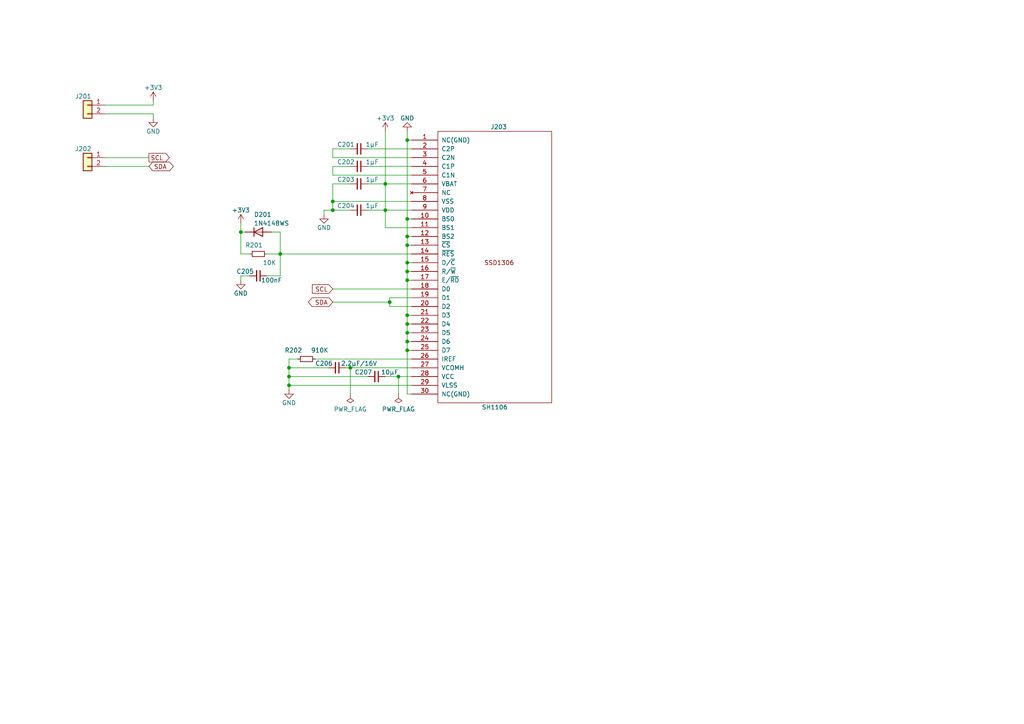
<source format=kicad_sch>
(kicad_sch (version 20230121) (generator eeschema)
  (paper "A4")
  (title_block (date "2021-01-01") (rev "2"))
  (lib_symbols
    (symbol "Connector_Generic:Conn_01x02" (pin_names (offset 1.016) hide)
      (property "Reference" "J" (at 0 2.54 0))
      (property "Value" "Conn_01x02" (at 0 -5.08 0))
      (symbol "Conn_01x02_1_1"
        (rectangle (start -1.27 -2.413) (end 0 -2.667) (stroke (width 0.1524)))
        (rectangle (start -1.27 0.127) (end 0 -0.127) (stroke (width 0.1524)))
        (rectangle (start -1.27 1.27) (end 1.27 -3.81) (stroke (width 0.254)) (fill (type background)))
        (pin passive line (at -5.08 0 0) (length 3.81) (name "Pin_1") (number "1"))
        (pin passive line (at -5.08 -2.54 0) (length 3.81) (name "Pin_2") (number "2"))
      )
    )
    (symbol "Device:C_Small" (pin_numbers hide) (pin_names (offset 0.254) hide)
      (property "Reference" "C" (at 0.254 1.778 0))
      (property "Value" "C_Small" (at 0.254 -2.032 0))
      (symbol "C_Small_0_1"
        (polyline (pts (xy -1.524 -0.508) (xy 1.524 -0.508)) (stroke (width 0.3302)))
        (polyline (pts (xy -1.524 0.508) (xy 1.524 0.508)) (stroke (width 0.3048)))
      )
      (symbol "C_Small_1_1"
        (pin passive line (at 0 2.54 270) (length 2.032) (name "~") (number "1"))
        (pin passive line (at 0 -2.54 90) (length 2.032) (name "~") (number "2"))
      )
    )
    (symbol "Device:R_Small" (pin_numbers hide) (pin_names (offset 0.254) hide)
      (property "Reference" "R" (at 0.762 0.508 0))
      (property "Value" "R_Small" (at 0.762 -1.016 0))
      (symbol "R_Small_0_1"
        (rectangle (start -0.762 1.778) (end 0.762 -1.778) (stroke (width 0.2032)))
      )
      (symbol "R_Small_1_1"
        (pin passive line (at 0 2.54 270) (length 0.762) (name "~") (number "1"))
        (pin passive line (at 0 -2.54 90) (length 0.762) (name "~") (number "2"))
      )
    )
    (symbol "Diode:1N4148WS" (pin_numbers hide) (pin_names hide)
      (property "Reference" "D" (at 0 2.54 0))
      (property "Value" "1N4148WS" (at 0 -2.54 0))
      (symbol "1N4148WS_0_1"
        (polyline (pts (xy -1.27 1.27) (xy -1.27 -1.27)) (stroke (width 0.254)))
        (polyline (pts (xy 1.27 0) (xy -1.27 0)))
        (polyline (pts (xy 1.27 1.27) (xy 1.27 -1.27) (xy -1.27 0) (xy 1.27 1.27)) (stroke (width 0.254)))
      )
      (symbol "1N4148WS_1_1"
        (pin passive line (at -3.81 0 0) (length 2.54) (name "K") (number "1"))
        (pin passive line (at 3.81 0 180) (length 2.54) (name "A") (number "2"))
      )
    )
    (symbol "Panel:SSD1306" (pin_names (offset 1.016))
      (property "Reference" "J" (at -10.16 68.58 0))
      (property "Value" "SSD1306" (at -1.27 -13.97 0))
      (symbol "SSD1306_0_0"
        (text "SSD1306" (at 0 29.21 0) (effects (font (size 1.27 1.27))))
      )
      (symbol "SSD1306_0_1"
        (rectangle (start -17.78 -11.43) (end 15.24 67.31))
        (pin passive line (at -25.4 57.15 0) (length 7.62) (name "C1P") (number "4"))
      )
      (symbol "SSD1306_1_1"
        (pin power_in line (at -25.4 64.77 0) (length 7.62) (name "NC(GND)") (number "1"))
        (pin input line (at -25.4 41.91 0) (length 7.62) (name "BS0") (number "10"))
        (pin input line (at -25.4 39.37 0) (length 7.62) (name "BS1") (number "11"))
        (pin input line (at -25.4 36.83 0) (length 7.62) (name "BS2") (number "12"))
        (pin input line (at -25.4 34.29 0) (length 7.62) (name "~{CS}") (number "13"))
        (pin input line (at -25.4 31.75 0) (length 7.62) (name "~{RES}") (number "14"))
        (pin input line (at -25.4 29.21 0) (length 7.62) (name "D/~{C}") (number "15"))
        (pin input line (at -25.4 26.67 0) (length 7.62) (name "R/~{W}") (number "16"))
        (pin input line (at -25.4 24.13 0) (length 7.62) (name "E/~{RD}") (number "17"))
        (pin input line (at -25.4 21.59 0) (length 7.62) (name "D0") (number "18"))
        (pin input line (at -25.4 19.05 0) (length 7.62) (name "D1") (number "19"))
        (pin passive line (at -25.4 62.23 0) (length 7.62) (name "C2P") (number "2"))
        (pin input line (at -25.4 16.51 0) (length 7.62) (name "D2") (number "20"))
        (pin input line (at -25.4 13.97 0) (length 7.62) (name "D3") (number "21"))
        (pin input line (at -25.4 11.43 0) (length 7.62) (name "D4") (number "22"))
        (pin input line (at -25.4 8.89 0) (length 7.62) (name "D5") (number "23"))
        (pin input line (at -25.4 6.35 0) (length 7.62) (name "D6") (number "24"))
        (pin input line (at -25.4 3.81 0) (length 7.62) (name "D7") (number "25"))
        (pin input line (at -25.4 1.27 0) (length 7.62) (name "IREF") (number "26"))
        (pin power_in line (at -25.4 -1.27 0) (length 7.62) (name "VCOMH") (number "27"))
        (pin power_in line (at -25.4 -3.81 0) (length 7.62) (name "VCC") (number "28"))
        (pin power_in line (at -25.4 -6.35 0) (length 7.62) (name "VLSS") (number "29"))
        (pin passive line (at -25.4 59.69 0) (length 7.62) (name "C2N") (number "3"))
        (pin power_in line (at -25.4 -8.89 0) (length 7.62) (name "NC(GND)") (number "30"))
        (pin passive line (at -25.4 54.61 0) (length 7.62) (name "C1N") (number "5"))
        (pin power_in line (at -25.4 52.07 0) (length 7.62) (name "VBAT") (number "6"))
        (pin no_connect line (at -25.4 49.53 0) (length 7.62) (name "NC") (number "7"))
        (pin power_in line (at -25.4 46.99 0) (length 7.62) (name "VSS") (number "8"))
        (pin power_in line (at -25.4 44.45 0) (length 7.62) (name "VDD") (number "9"))
      )
    )
    (symbol "power:+3V3" (power) (pin_names (offset 0))
      (property "Value" "+3V3" (at 0 3.556 0))
      (symbol "+3V3_0_1"
        (polyline (pts (xy -0.762 1.27) (xy 0 2.54)))
        (polyline (pts (xy 0 0) (xy 0 2.54)))
        (polyline (pts (xy 0 2.54) (xy 0.762 1.27)))
      )
      (symbol "+3V3_1_1"
        (pin power_in line (at 0 0 90) (length 0) hide (name "+3V3") (number "1"))
      )
    )
    (symbol "power:GND" (power) (pin_names (offset 0))
      (property "Value" "GND" (at 0 -3.81 0))
      (symbol "GND_0_1"
        (polyline (pts (xy 0 0) (xy 0 -1.27) (xy 1.27 -1.27) (xy 0 -2.54) (xy -1.27 -1.27) (xy 0 -1.27)))
      )
      (symbol "GND_1_1"
        (pin power_in line (at 0 0 270) (length 0) hide (name "GND") (number "1"))
      )
    )
    (symbol "power:PWR_FLAG" (power) (pin_numbers hide) (pin_names (offset 0) hide)
      (property "Value" "PWR_FLAG" (at 0 3.81 0))
      (symbol "PWR_FLAG_0_0"
        (pin power_out line (at 0 0 90) (length 0) (name "pwr") (number "1"))
      )
      (symbol "PWR_FLAG_0_1"
        (polyline (pts (xy 0 0) (xy 0 1.27) (xy -1.016 1.905) (xy 0 2.54) (xy 1.016 1.905) (xy 0 1.27)))
      )
    )
  )
  (junction (at 111.76 53.34))
  (junction (at 118.11 71.12))
  (junction (at 118.11 99.06))
  (junction (at 69.85 67.31))
  (junction (at 96.52 58.42))
  (junction (at 118.11 78.74))
  (junction (at 118.11 93.98))
  (junction (at 81.28 73.66))
  (junction (at 118.11 76.2))
  (junction (at 101.6 106.68))
  (junction (at 83.82 111.76))
  (junction (at 83.82 109.22))
  (junction (at 113.03 87.63))
  (junction (at 111.76 60.96))
  (junction (at 118.11 68.58))
  (junction (at 118.11 63.5))
  (junction (at 118.11 96.52))
  (junction (at 118.11 101.6))
  (junction (at 96.52 60.96))
  (junction (at 118.11 81.28))
  (junction (at 115.57 109.22))
  (junction (at 118.11 40.64))
  (junction (at 83.82 106.68))
  (junction (at 118.11 91.44))
  (wire (pts (xy 44.45 33.02) (xy 44.45 34.29)))
  (wire (pts (xy 111.76 38.1) (xy 111.76 53.34)))
  (wire (pts (xy 96.52 45.72) (xy 119.38 45.72)))
  (wire (pts (xy 101.6 106.68) (xy 100.33 106.68)))
  (wire (pts (xy 119.38 58.42) (xy 96.52 58.42)))
  (wire (pts (xy 119.38 99.06) (xy 118.11 99.06)))
  (wire (pts (xy 72.39 80.01) (xy 69.85 80.01)))
  (wire (pts (xy 96.52 43.18) (xy 96.52 45.72)))
  (wire (pts (xy 118.11 38.1) (xy 118.11 40.64)))
  (wire (pts (xy 118.11 96.52) (xy 118.11 99.06)))
  (wire (pts (xy 30.48 45.72) (xy 43.18 45.72)))
  (wire (pts (xy 101.6 48.26) (xy 96.52 48.26)))
  (wire (pts (xy 69.85 80.01) (xy 69.85 81.28)))
  (wire (pts (xy 83.82 104.14) (xy 83.82 106.68)))
  (wire (pts (xy 111.76 66.04) (xy 119.38 66.04)))
  (wire (pts (xy 119.38 48.26) (xy 106.68 48.26)))
  (wire (pts (xy 81.28 67.31) (xy 81.28 73.66)))
  (wire (pts (xy 119.38 60.96) (xy 111.76 60.96)))
  (wire (pts (xy 106.68 109.22) (xy 83.82 109.22)))
  (wire (pts (xy 118.11 40.64) (xy 119.38 40.64)))
  (wire (pts (xy 118.11 40.64) (xy 118.11 63.5)))
  (wire (pts (xy 30.48 33.02) (xy 44.45 33.02)))
  (wire (pts (xy 69.85 67.31) (xy 69.85 64.77)))
  (wire (pts (xy 111.76 53.34) (xy 106.68 53.34)))
  (wire (pts (xy 118.11 68.58) (xy 118.11 71.12)))
  (wire (pts (xy 119.38 91.44) (xy 118.11 91.44)))
  (wire (pts (xy 119.38 68.58) (xy 118.11 68.58)))
  (wire (pts (xy 119.38 43.18) (xy 106.68 43.18)))
  (wire (pts (xy 119.38 111.76) (xy 83.82 111.76)))
  (wire (pts (xy 101.6 53.34) (xy 96.52 53.34)))
  (wire (pts (xy 113.03 88.9) (xy 119.38 88.9)))
  (wire (pts (xy 113.03 86.36) (xy 113.03 87.63)))
  (wire (pts (xy 118.11 93.98) (xy 118.11 96.52)))
  (wire (pts (xy 119.38 93.98) (xy 118.11 93.98)))
  (wire (pts (xy 119.38 71.12) (xy 118.11 71.12)))
  (wire (pts (xy 30.48 48.26) (xy 43.18 48.26)))
  (wire (pts (xy 96.52 87.63) (xy 113.03 87.63)))
  (wire (pts (xy 72.39 73.66) (xy 69.85 73.66)))
  (wire (pts (xy 119.38 109.22) (xy 115.57 109.22)))
  (wire (pts (xy 101.6 114.3) (xy 101.6 106.68)))
  (wire (pts (xy 44.45 30.48) (xy 44.45 29.21)))
  (wire (pts (xy 118.11 91.44) (xy 118.11 93.98)))
  (wire (pts (xy 78.74 67.31) (xy 81.28 67.31)))
  (wire (pts (xy 96.52 53.34) (xy 96.52 58.42)))
  (wire (pts (xy 118.11 101.6) (xy 118.11 114.3)))
  (wire (pts (xy 111.76 60.96) (xy 106.68 60.96)))
  (wire (pts (xy 77.47 73.66) (xy 81.28 73.66)))
  (wire (pts (xy 81.28 80.01) (xy 81.28 73.66)))
  (wire (pts (xy 83.82 106.68) (xy 95.25 106.68)))
  (wire (pts (xy 96.52 48.26) (xy 96.52 50.8)))
  (wire (pts (xy 115.57 114.3) (xy 115.57 109.22)))
  (wire (pts (xy 81.28 73.66) (xy 119.38 73.66)))
  (wire (pts (xy 118.11 71.12) (xy 118.11 76.2)))
  (wire (pts (xy 119.38 81.28) (xy 118.11 81.28)))
  (wire (pts (xy 118.11 99.06) (xy 118.11 101.6)))
  (wire (pts (xy 86.36 104.14) (xy 83.82 104.14)))
  (wire (pts (xy 119.38 114.3) (xy 118.11 114.3)))
  (wire (pts (xy 119.38 53.34) (xy 111.76 53.34)))
  (wire (pts (xy 119.38 101.6) (xy 118.11 101.6)))
  (wire (pts (xy 83.82 109.22) (xy 83.82 111.76)))
  (wire (pts (xy 111.76 60.96) (xy 111.76 66.04)))
  (wire (pts (xy 93.98 60.96) (xy 93.98 62.23)))
  (wire (pts (xy 96.52 60.96) (xy 93.98 60.96)))
  (wire (pts (xy 69.85 67.31) (xy 71.12 67.31)))
  (wire (pts (xy 101.6 43.18) (xy 96.52 43.18)))
  (wire (pts (xy 83.82 111.76) (xy 83.82 113.03)))
  (wire (pts (xy 118.11 63.5) (xy 118.11 68.58)))
  (wire (pts (xy 96.52 50.8) (xy 119.38 50.8)))
  (wire (pts (xy 119.38 96.52) (xy 118.11 96.52)))
  (wire (pts (xy 119.38 106.68) (xy 101.6 106.68)))
  (wire (pts (xy 118.11 76.2) (xy 118.11 78.74)))
  (wire (pts (xy 113.03 86.36) (xy 119.38 86.36)))
  (wire (pts (xy 118.11 81.28) (xy 118.11 91.44)))
  (wire (pts (xy 119.38 78.74) (xy 118.11 78.74)))
  (wire (pts (xy 96.52 58.42) (xy 96.52 60.96)))
  (wire (pts (xy 115.57 109.22) (xy 111.76 109.22)))
  (wire (pts (xy 101.6 60.96) (xy 96.52 60.96)))
  (wire (pts (xy 113.03 87.63) (xy 113.03 88.9)))
  (wire (pts (xy 119.38 63.5) (xy 118.11 63.5)))
  (wire (pts (xy 96.52 83.82) (xy 119.38 83.82)))
  (wire (pts (xy 77.47 80.01) (xy 81.28 80.01)))
  (wire (pts (xy 30.48 30.48) (xy 44.45 30.48)))
  (wire (pts (xy 111.76 60.96) (xy 111.76 53.34)))
  (wire (pts (xy 118.11 78.74) (xy 118.11 81.28)))
  (wire (pts (xy 119.38 76.2) (xy 118.11 76.2)))
  (wire (pts (xy 91.44 104.14) (xy 119.38 104.14)))
  (wire (pts (xy 83.82 106.68) (xy 83.82 109.22)))
  (wire (pts (xy 69.85 73.66) (xy 69.85 67.31)))
  (global_label "SCL" (shape input) (at 96.52 83.82 180) (property "Intersheetrefs" "${INTERSHEET_REFS}" (effects hide)))
  (global_label "SCL" (shape output) (at 43.18 45.72 0) (property "Intersheetrefs" "${INTERSHEET_REFS}" (effects hide)))
  (global_label "SDA" (shape bidirectional) (at 96.52 87.63 180) (property "Intersheetrefs" "${INTERSHEET_REFS}" (effects hide)))
  (global_label "SDA" (shape bidirectional) (at 43.18 48.26 0) (property "Intersheetrefs" "${INTERSHEET_REFS}" (effects hide)))
  (symbol (lib_id "Panel:SSD1306") (at 144.78 105.41 0) (unit 1)
    (property "Reference" "J203" (at 142.24 36.83 0) (effects (justify left)))
    (property "Value" "SH1106" (at 139.7 118.11 0) (effects (justify left)))
    (property "Footprint" "Display:OLED-128O064D" (effects hide))
    (property "Datasheet" "http://www.gabotronics.com/download/datasheets/ssd1306.pdf" (effects hide))
  )
  (symbol (lib_id "power:GND") (at 118.11 38.1 180) (unit 1)
    (property "Reference" "#PWR0204" (effects hide))
    (property "Value" "GND" (at 118.11 34.29 0))
  )
  (symbol (lib_id "power:+3V3") (at 111.76 38.1 0) (unit 1)
    (property "Reference" "#PWR0203" (effects hide))
    (property "Value" "+3V3" (at 111.76 34.29 0))
  )
  (symbol (lib_id "power:GND") (at 83.82 113.03 0) (unit 1)
    (property "Reference" "#PWR0208" (effects hide))
    (property "Value" "GND" (at 83.82 116.84 0))
  )
  (symbol (lib_id "power:PWR_FLAG") (at 115.57 114.3 180) (unit 1)
    (property "Reference" "#FLG0202" (effects hide))
    (property "Value" "PWR_FLAG" (at 115.57 118.6942 0))
  )
  (symbol (lib_id "power:PWR_FLAG") (at 101.6 114.3 180) (unit 1)
    (property "Reference" "#FLG0201" (effects hide))
    (property "Value" "PWR_FLAG" (at 101.6 118.6942 0))
  )
  (symbol (lib_id "power:GND") (at 93.98 62.23 0) (unit 1)
    (property "Reference" "#PWR0205" (effects hide))
    (property "Value" "GND" (at 93.98 66.04 0))
  )
  (symbol (lib_id "Device:C_Small") (at 104.14 43.18 270) (unit 1)
    (property "Reference" "C201" (at 100.33 41.91 90))
    (property "Value" "1µF" (at 107.95 41.91 90))
    (property "Footprint" "Capacitor_SMD:C_0805_2012Metric_Pad1.18x1.45mm_HandSolder" (effects hide))
    (property "LCSC" "C28323" (effects hide))
  )
  (symbol (lib_id "Device:C_Small") (at 104.14 48.26 270) (unit 1)
    (property "Reference" "C202" (at 100.33 46.99 90))
    (property "Value" "1µF" (at 107.95 46.99 90))
    (property "Footprint" "Capacitor_SMD:C_0805_2012Metric_Pad1.18x1.45mm_HandSolder" (effects hide))
    (property "LCSC" "C28323" (effects hide))
  )
  (symbol (lib_id "Device:C_Small") (at 104.14 53.34 270) (unit 1)
    (property "Reference" "C203" (at 100.33 52.07 90))
    (property "Value" "1µF" (at 107.95 52.07 90))
    (property "Footprint" "Capacitor_SMD:C_0805_2012Metric_Pad1.18x1.45mm_HandSolder" (effects hide))
    (property "LCSC" "C28323" (effects hide))
  )
  (symbol (lib_id "Device:C_Small") (at 104.14 60.96 270) (unit 1)
    (property "Reference" "C204" (at 100.33 59.69 90))
    (property "Value" "1µF" (at 107.95 59.69 90))
    (property "Footprint" "Capacitor_SMD:C_0805_2012Metric_Pad1.18x1.45mm_HandSolder" (effects hide))
    (property "LCSC" "C28323" (effects hide))
  )
  (symbol (lib_id "Device:C_Small") (at 109.22 109.22 270) (unit 1)
    (property "Reference" "C207" (at 105.41 107.95 90))
    (property "Value" "10µF" (at 113.03 107.95 90))
    (property "Footprint" "Capacitor_SMD:C_0805_2012Metric_Pad1.18x1.45mm_HandSolder" (effects hide))
    (property "LCSC" "C15850" (effects hide))
  )
  (symbol (lib_id "Device:C_Small") (at 97.79 106.68 270) (unit 1)
    (property "Reference" "C206" (at 93.98 105.41 90))
    (property "Value" "2.2µF/16V" (at 104.14 105.41 90))
    (property "Footprint" "Capacitor_SMD:C_0805_2012Metric_Pad1.18x1.45mm_HandSolder" (effects hide))
    (property "LCSC" "C49217" (effects hide))
  )
  (symbol (lib_id "Device:R_Small") (at 88.9 104.14 90) (unit 1)
    (property "Reference" "R202" (at 82.55 101.6 90) (effects (justify right)))
    (property "Value" "910K" (at 90.17 101.6 90) (effects (justify right)))
    (property "Footprint" "Resistor_SMD:R_0805_2012Metric_Pad1.20x1.40mm_HandSolder" (effects hide))
    (property "LCSC" "C17864" (effects hide))
  )
  (symbol (lib_id "Connector_Generic:Conn_01x02") (at 25.4 30.48 0) (mirror y) (unit 1)
    (property "Reference" "J201" (at 24.13 27.94 0))
    (property "Value" "Conn_01x02" (effects hide))
    (property "Footprint" "Connector_PinHeader_2.54mm:PinHeader_1x02_P2.54mm_Vertical" (effects hide))
  )
  (symbol (lib_id "Connector_Generic:Conn_01x02") (at 25.4 45.72 0) (mirror y) (unit 1)
    (property "Reference" "J202" (at 24.13 43.18 0))
    (property "Value" "Conn_01x02" (effects hide))
    (property "Footprint" "Connector_PinHeader_2.54mm:PinHeader_1x02_P2.54mm_Vertical" (effects hide))
  )
  (symbol (lib_id "power:GND") (at 44.45 34.29 0) (unit 1)
    (property "Reference" "#PWR0202" (effects hide))
    (property "Value" "GND" (at 44.45 38.1 0))
  )
  (symbol (lib_id "Diode:1N4148WS") (at 74.93 67.31 0) (unit 1)
    (property "Reference" "D201" (at 76.2 62.23 0))
    (property "Value" "1N4148WS" (at 78.74 64.77 0))
    (property "Footprint" "Diode_SMD:D_SOD-323_HandSoldering" (effects hide))
    (property "Datasheet" "https://www.vishay.com/docs/85751/1n4148ws.pdf" (effects hide))
    (property "LCSC" "C2128" (effects hide))
  )
  (symbol (lib_id "power:+3V3") (at 44.45 29.21 0) (unit 1)
    (property "Reference" "#PWR0201" (effects hide))
    (property "Value" "+3V3" (at 44.45 25.4 0))
  )
  (symbol (lib_id "Device:R_Small") (at 74.93 73.66 90) (unit 1)
    (property "Reference" "R201" (at 71.12 71.12 90) (effects (justify right)))
    (property "Value" "10K" (at 76.2 76.2 90) (effects (justify right)))
    (property "Footprint" "Resistor_SMD:R_0805_2012Metric_Pad1.20x1.40mm_HandSolder" (effects hide))
    (property "LCSC" "C17414" (effects hide))
  )
  (symbol (lib_id "Device:C_Small") (at 74.93 80.01 270) (unit 1)
    (property "Reference" "C205" (at 71.12 78.74 90))
    (property "Value" "100nF" (at 78.74 81.28 90))
    (property "Footprint" "Capacitor_SMD:C_0805_2012Metric_Pad1.18x1.45mm_HandSolder" (effects hide))
    (property "LCSC" "C49678" (effects hide))
  )
  (symbol (lib_id "power:GND") (at 69.85 81.28 0) (unit 1)
    (property "Reference" "#PWR0207" (effects hide))
    (property "Value" "GND" (at 69.85 85.09 0))
  )
  (symbol (lib_id "power:+3V3") (at 69.85 64.77 0) (unit 1)
    (property "Reference" "#PWR0206" (effects hide))
    (property "Value" "+3V3" (at 69.85 60.96 0))
  )
)
</source>
